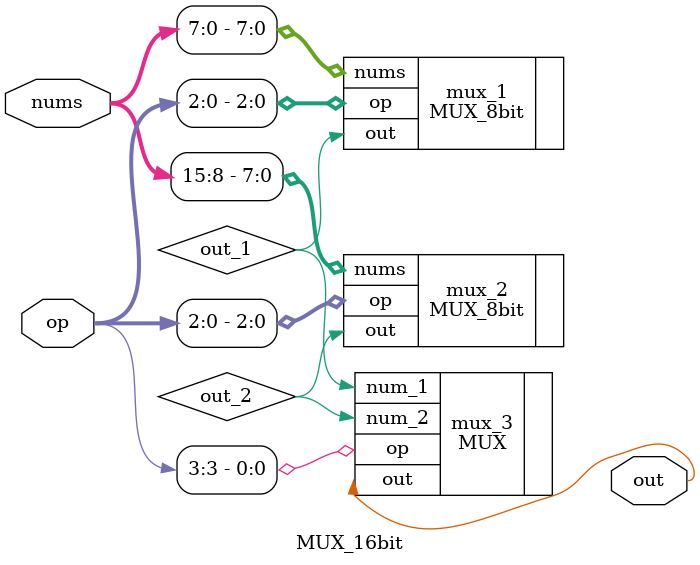
<source format=v>
`include "MUX_8bit.v"

module MUX_16bit(	
	input wire [15:0] nums,
	input wire [3:0] op,
	output wire out
); 

wire out_1;
wire out_2;

MUX_8bit mux_1(
	.nums(nums[7:0]),
	.op(op[2:0]),
	.out(out_1)
);

MUX_8bit mux_2(
	.nums(nums[15:8]),
	.op(op[2:0]),
	.out(out_2)
);

MUX mux_3(
	.num_1(out_1),
	.num_2(out_2),
	.op(op[3]),
	.out(out)
);

endmodule

</source>
